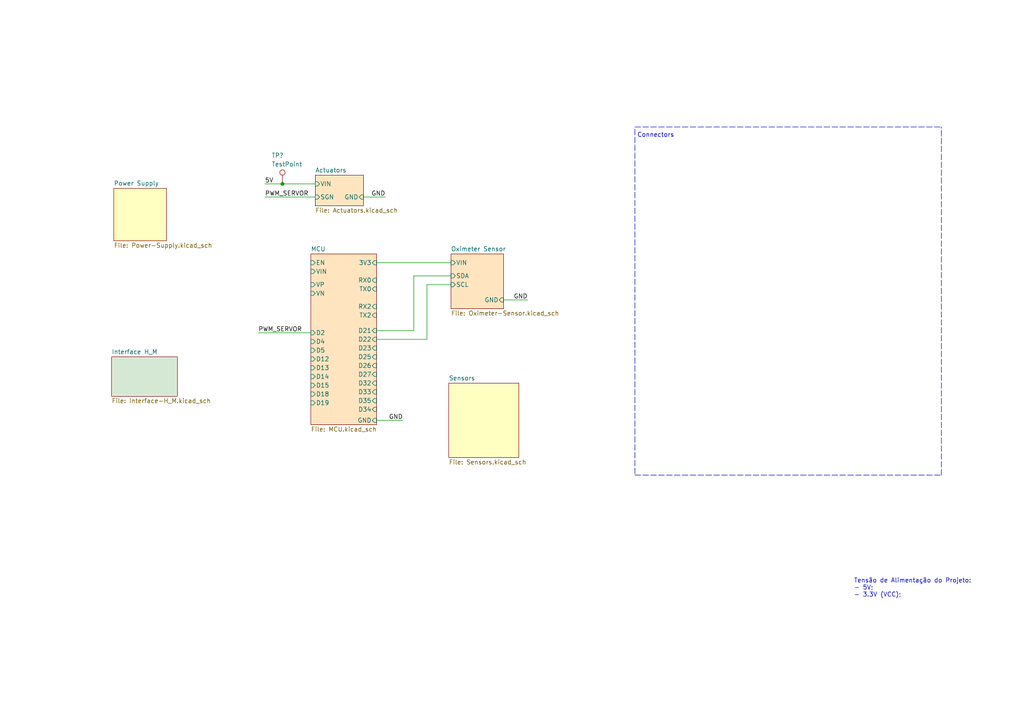
<source format=kicad_sch>
(kicad_sch (version 20211123) (generator eeschema)
  (paper "A4")
  (title_block (title "Main Project") (date "2023-01-11") (company "Version: ADA 0-0-0") (comment 1 "Low Fidelity Prototyped") (comment 3 "Author: Thiago Martins de Sousa") (comment 4 "UnB - FGA | Eletronic Engineering"))
  (lib_symbols
    (symbol "Connector:TestPoint" (pin_numbers hide) (pin_names (offset 0.762) hide)
      (property "Reference" "TP" (at 0 6.858 0))
      (property "Value" "TestPoint" (at 0 5.08 0))
      (symbol "TestPoint_0_1"
        (circle (center 0 3.302) (radius 0.762))
      )
      (symbol "TestPoint_1_1"
        (pin passive line (at 0 0 90) (length 2.54) (name "1") (number "1"))
      )
    )
  )
  (junction (at 81.915 53.34))
  (wire (pts (xy 109.22 76.2) (xy 130.81 76.2)))
  (wire (pts (xy 120.015 80.01) (xy 130.81 80.01)))
  (polyline (pts (xy 184.15 37.465) (xy 184.15 137.795)))
  (wire (pts (xy 105.41 57.15) (xy 111.76 57.15)))
  (polyline (pts (xy 184.15 137.795) (xy 273.05 137.795)))
  (wire (pts (xy 76.835 53.34) (xy 81.915 53.34)))
  (wire (pts (xy 123.825 98.425) (xy 123.825 82.55)))
  (polyline (pts (xy 184.15 36.83) (xy 273.05 36.83)))
  (wire (pts (xy 123.825 82.55) (xy 130.81 82.55)))
  (polyline (pts (xy 273.05 137.795) (xy 273.05 36.83)))
  (wire (pts (xy 146.05 86.995) (xy 153.035 86.995)))
  (wire (pts (xy 109.22 121.92) (xy 116.84 121.92)))
  (wire (pts (xy 74.93 96.52) (xy 90.17 96.52)))
  (wire (pts (xy 76.835 57.15) (xy 91.44 57.15)))
  (wire (pts (xy 109.22 95.885) (xy 120.015 95.885)))
  (wire (pts (xy 109.22 98.425) (xy 123.825 98.425)))
  (wire (pts (xy 81.915 53.34) (xy 91.44 53.34)))
  (wire (pts (xy 120.015 95.885) (xy 120.015 80.01)))
  (text "Tensão de Alimentação do Projeto:\n- 5V;\n- 3.3V (VCC);" (at 247.65 173.355 0) (effects (font (size 1.27 1.27)) (justify left bottom)))
  (text "Connectors\n" (at 195.58 40.005 180) (effects (font (size 1.27 1.27)) (justify right bottom)))
  (label "PWM_SERVOR" (at 76.835 57.15 0))
  (label "GND" (at 153.035 86.995 180))
  (label "GND" (at 111.76 57.15 180))
  (label "5V" (at 76.835 53.34 0))
  (label "PWM_SERVOR" (at 74.93 96.52 0))
  (label "GND" (at 116.84 121.92 180))
  (symbol (lib_id "Connector:TestPoint") (at 81.915 53.34 0) (unit 1)
    (property "Reference" "TP?" (at 78.74 45.085 0) (effects (justify left)))
    (property "Value" "TestPoint" (at 78.74 47.625 0) (effects (justify left)))
  )
  (sheet (at 130.81 73.66) (size 15.24 15.875) (stroke (width 0.1524)) (fill (color 255 229 191 1.0000))
    (property "Sheet name" "Oximeter Sensor" (at 130.81 72.9484 0) (effects (justify left bottom)))
    (property "Sheet file" "Oximeter-Sensor.kicad_sch" (at 130.81 90.1196 0) (effects (justify left top)))
    (pin "GND" input (at 146.05 86.995 0))
    (pin "SCL" input (at 130.81 82.55 180))
    (pin "SDA" input (at 130.81 80.01 180))
    (pin "VIN" input (at 130.81 76.2 180))
  )
  (sheet (at 91.44 50.8) (size 13.97 8.89) (stroke (width 0.1524)) (fill (color 255 229 191 1.0000))
    (property "Sheet name" "Actuators" (at 91.44 50.0884 0) (effects (justify left bottom)))
    (property "Sheet file" "Actuators.kicad_sch" (at 91.44 60.2746 0) (effects (justify left top)))
    (pin "GND" input (at 105.41 57.15 0))
    (pin "VIN" input (at 91.44 53.34 180))
    (pin "SGN" input (at 91.44 57.15 180))
  )
  (sheet (at 32.385 103.505) (size 19.05 11.43) (stroke (width 0.1524)) (fill (color 213 232 212 1.0000))
    (property "Sheet name" "Interface H_M" (at 32.385 102.7934 0) (effects (justify left bottom)))
    (property "Sheet file" "Interface-H_M.kicad_sch" (at 32.385 115.5196 0) (effects (justify left top)))
  )
  (sheet (at 33.02 54.61) (size 15.24 15.24) (stroke (width 0.1524)) (fill (color 255 255 194 1.0000))
    (property "Sheet name" "Power Supply" (at 33.02 53.8984 0) (effects (justify left bottom)))
    (property "Sheet file" "Power-Supply.kicad_sch" (at 33.02 70.4346 0) (effects (justify left top)))
  )
  (sheet (at 90.17 73.66) (size 19.05 49.53) (stroke (width 0.1524)) (fill (color 255 229 191 1.0000))
    (property "Sheet name" "MCU" (at 90.17 72.9484 0) (effects (justify left bottom)))
    (property "Sheet file" "MCU.kicad_sch" (at 90.17 123.7746 0) (effects (justify left top)))
    (pin "D19" input (at 90.17 116.84 180))
    (pin "D21" input (at 109.22 95.885 0))
    (pin "VP" input (at 90.17 82.55 180))
    (pin "VN" input (at 90.17 85.09 180))
    (pin "EN" input (at 90.17 76.2 180))
    (pin "VIN" input (at 90.17 78.74 180))
    (pin "D4" input (at 90.17 99.06 180))
    (pin "D5" input (at 90.17 101.6 180))
    (pin "D12" input (at 90.17 104.14 180))
    (pin "D2" input (at 90.17 96.52 180))
    (pin "D13" input (at 90.17 106.68 180))
    (pin "D14" input (at 90.17 109.22 180))
    (pin "D15" input (at 90.17 111.76 180))
    (pin "D18" input (at 90.17 114.3 180))
    (pin "D33" input (at 109.22 113.665 0))
    (pin "D35" input (at 109.22 116.205 0))
    (pin "D34" input (at 109.22 118.745 0))
    (pin "GND" input (at 109.22 121.92 0))
    (pin "RX2" input (at 109.22 88.9 0))
    (pin "3V3" input (at 109.22 76.2 0))
    (pin "RX0" input (at 109.22 81.28 0))
    (pin "TX0" input (at 109.22 83.82 0))
    (pin "D32" input (at 109.22 111.125 0))
    (pin "D27" input (at 109.22 108.585 0))
    (pin "D25" input (at 109.22 103.505 0))
    (pin "D23" input (at 109.22 100.965 0))
    (pin "D26" input (at 109.22 106.045 0))
    (pin "D22" input (at 109.22 98.425 0))
    (pin "TX2" input (at 109.22 91.44 0))
  )
  (sheet (at 130.175 111.125) (size 20.32 21.59) (stroke (width 0.1524)) (fill (color 255 255 194 1.0000))
    (property "Sheet name" "Sensors" (at 130.175 110.4134 0) (effects (justify left bottom)))
    (property "Sheet file" "Sensors.kicad_sch" (at 130.175 133.2996 0) (effects (justify left top)))
  )
)
</source>
